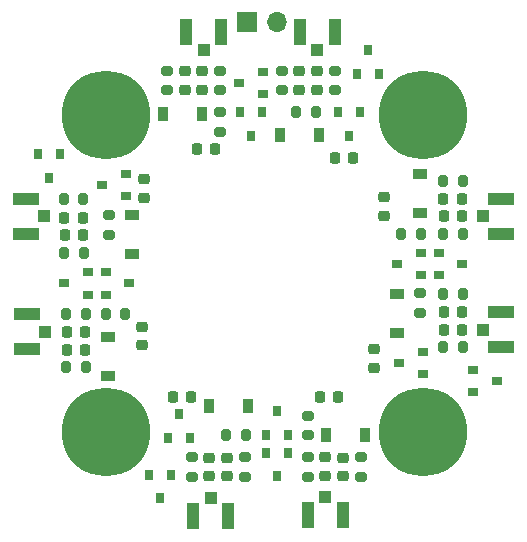
<source format=gts>
%TF.GenerationSoftware,KiCad,Pcbnew,6.0.6-3a73a75311~116~ubuntu20.04.1*%
%TF.CreationDate,2022-09-22T10:25:09+01:00*%
%TF.ProjectId,UFOPulse,55464f50-756c-4736-952e-6b696361645f,rev?*%
%TF.SameCoordinates,Original*%
%TF.FileFunction,Soldermask,Top*%
%TF.FilePolarity,Negative*%
%FSLAX46Y46*%
G04 Gerber Fmt 4.6, Leading zero omitted, Abs format (unit mm)*
G04 Created by KiCad (PCBNEW 6.0.6-3a73a75311~116~ubuntu20.04.1) date 2022-09-22 10:25:09*
%MOMM*%
%LPD*%
G01*
G04 APERTURE LIST*
G04 Aperture macros list*
%AMRoundRect*
0 Rectangle with rounded corners*
0 $1 Rounding radius*
0 $2 $3 $4 $5 $6 $7 $8 $9 X,Y pos of 4 corners*
0 Add a 4 corners polygon primitive as box body*
4,1,4,$2,$3,$4,$5,$6,$7,$8,$9,$2,$3,0*
0 Add four circle primitives for the rounded corners*
1,1,$1+$1,$2,$3*
1,1,$1+$1,$4,$5*
1,1,$1+$1,$6,$7*
1,1,$1+$1,$8,$9*
0 Add four rect primitives between the rounded corners*
20,1,$1+$1,$2,$3,$4,$5,0*
20,1,$1+$1,$4,$5,$6,$7,0*
20,1,$1+$1,$6,$7,$8,$9,0*
20,1,$1+$1,$8,$9,$2,$3,0*%
G04 Aperture macros list end*
%ADD10RoundRect,0.225000X0.225000X0.250000X-0.225000X0.250000X-0.225000X-0.250000X0.225000X-0.250000X0*%
%ADD11RoundRect,0.225000X-0.250000X0.225000X-0.250000X-0.225000X0.250000X-0.225000X0.250000X0.225000X0*%
%ADD12RoundRect,0.225000X0.250000X-0.225000X0.250000X0.225000X-0.250000X0.225000X-0.250000X-0.225000X0*%
%ADD13RoundRect,0.225000X-0.225000X-0.250000X0.225000X-0.250000X0.225000X0.250000X-0.225000X0.250000X0*%
%ADD14R,0.900000X1.200000*%
%ADD15R,1.200000X0.900000*%
%ADD16R,1.000000X1.050000*%
%ADD17R,1.050000X2.200000*%
%ADD18R,1.050000X1.000000*%
%ADD19R,2.200000X1.050000*%
%ADD20RoundRect,0.218750X-0.256250X0.218750X-0.256250X-0.218750X0.256250X-0.218750X0.256250X0.218750X0*%
%ADD21RoundRect,0.218750X0.218750X0.256250X-0.218750X0.256250X-0.218750X-0.256250X0.218750X-0.256250X0*%
%ADD22RoundRect,0.218750X0.256250X-0.218750X0.256250X0.218750X-0.256250X0.218750X-0.256250X-0.218750X0*%
%ADD23RoundRect,0.218750X-0.218750X-0.256250X0.218750X-0.256250X0.218750X0.256250X-0.218750X0.256250X0*%
%ADD24R,0.800000X0.900000*%
%ADD25R,0.900000X0.800000*%
%ADD26RoundRect,0.200000X-0.275000X0.200000X-0.275000X-0.200000X0.275000X-0.200000X0.275000X0.200000X0*%
%ADD27RoundRect,0.200000X0.200000X0.275000X-0.200000X0.275000X-0.200000X-0.275000X0.200000X-0.275000X0*%
%ADD28RoundRect,0.200000X0.275000X-0.200000X0.275000X0.200000X-0.275000X0.200000X-0.275000X-0.200000X0*%
%ADD29RoundRect,0.200000X-0.200000X-0.275000X0.200000X-0.275000X0.200000X0.275000X-0.200000X0.275000X0*%
%ADD30C,7.500000*%
%ADD31R,1.700000X1.700000*%
%ADD32O,1.700000X1.700000*%
G04 APERTURE END LIST*
D10*
%TO.C,C3*%
X136375000Y-94600000D03*
X134825000Y-94600000D03*
%TD*%
D11*
%TO.C,C4*%
X133800000Y-88025000D03*
X133800000Y-89575000D03*
%TD*%
D12*
%TO.C,C5*%
X150700000Y-100250000D03*
X150700000Y-98700000D03*
%TD*%
D10*
%TO.C,C6*%
X157250000Y-98800000D03*
X155700000Y-98800000D03*
%TD*%
D13*
%TO.C,C7*%
X145225000Y-115600000D03*
X146775000Y-115600000D03*
%TD*%
D10*
%TO.C,C9*%
X134360000Y-115570000D03*
X132810000Y-115570000D03*
%TD*%
D12*
%TO.C,C10*%
X137400000Y-122300000D03*
X137400000Y-120750000D03*
%TD*%
D11*
%TO.C,C11*%
X130370000Y-97155000D03*
X130370000Y-98705000D03*
%TD*%
D13*
%TO.C,C12*%
X123625000Y-101900000D03*
X125175000Y-101900000D03*
%TD*%
D11*
%TO.C,C14*%
X143500000Y-88025000D03*
X143500000Y-89575000D03*
%TD*%
D12*
%TO.C,C15*%
X149820000Y-113100000D03*
X149820000Y-111550000D03*
%TD*%
D10*
%TO.C,C16*%
X157275000Y-108400000D03*
X155725000Y-108400000D03*
%TD*%
D14*
%TO.C,D3*%
X131950000Y-91600000D03*
X135250000Y-91600000D03*
%TD*%
D15*
%TO.C,D5*%
X153700000Y-96750000D03*
X153700000Y-100050000D03*
%TD*%
D14*
%TO.C,D7*%
X149050000Y-118800000D03*
X145750000Y-118800000D03*
%TD*%
%TO.C,D9*%
X139120000Y-116390000D03*
X135820000Y-116390000D03*
%TD*%
D15*
%TO.C,D11*%
X129310000Y-103450000D03*
X129310000Y-100150000D03*
%TD*%
D14*
%TO.C,D13*%
X141890000Y-93440000D03*
X145190000Y-93440000D03*
%TD*%
D15*
%TO.C,D15*%
X151760000Y-106850000D03*
X151760000Y-110150000D03*
%TD*%
D16*
%TO.C,J2*%
X135400000Y-86219999D03*
D17*
X136875000Y-84694999D03*
X133925000Y-84694999D03*
%TD*%
D18*
%TO.C,J3*%
X159070000Y-100290000D03*
D19*
X160595000Y-101765000D03*
X160595000Y-98815000D03*
%TD*%
D16*
%TO.C,J4*%
X145700000Y-124050000D03*
D17*
X144225000Y-125575000D03*
X147175000Y-125575000D03*
%TD*%
D16*
%TO.C,J5*%
X136000000Y-124150000D03*
D17*
X134525000Y-125675000D03*
X137475000Y-125675000D03*
%TD*%
D18*
%TO.C,J6*%
X121850000Y-100300000D03*
D19*
X120325000Y-98825000D03*
X120325000Y-101775000D03*
%TD*%
D16*
%TO.C,J7*%
X145010001Y-86230000D03*
D17*
X143535001Y-84705000D03*
X146485001Y-84705000D03*
%TD*%
D18*
%TO.C,J8*%
X159050000Y-109900000D03*
D19*
X160575000Y-108425000D03*
X160575000Y-111375000D03*
%TD*%
D20*
%TO.C,L2*%
X135299999Y-88012500D03*
X135299999Y-89587500D03*
%TD*%
D21*
%TO.C,L3*%
X157287500Y-100300000D03*
X155712500Y-100300000D03*
%TD*%
D22*
%TO.C,L4*%
X145700000Y-122287500D03*
X145700000Y-120712500D03*
%TD*%
%TO.C,L5*%
X135900000Y-122299998D03*
X135900000Y-120724998D03*
%TD*%
D23*
%TO.C,L6*%
X123612500Y-100400000D03*
X125187500Y-100400000D03*
%TD*%
D20*
%TO.C,L7*%
X145000000Y-88012500D03*
X145000000Y-89587500D03*
%TD*%
D24*
%TO.C,Q3*%
X140350000Y-91500000D03*
X138450000Y-91500000D03*
X139400000Y-93500000D03*
%TD*%
D25*
%TO.C,Q4*%
X140400000Y-89950000D03*
X140400000Y-88050000D03*
X138400000Y-89000000D03*
%TD*%
%TO.C,Q5*%
X153800000Y-105290000D03*
X153800000Y-103390000D03*
X151800000Y-104340000D03*
%TD*%
%TO.C,Q6*%
X155300000Y-103390000D03*
X155300000Y-105290000D03*
X157300000Y-104340000D03*
%TD*%
D24*
%TO.C,Q7*%
X140650000Y-118799999D03*
X142550000Y-118799999D03*
X141600000Y-116799999D03*
%TD*%
%TO.C,Q8*%
X142550000Y-120300000D03*
X140650000Y-120300000D03*
X141600000Y-122300000D03*
%TD*%
%TO.C,Q9*%
X132370000Y-119060000D03*
X134270000Y-119060000D03*
X133320000Y-117060000D03*
%TD*%
%TO.C,Q10*%
X132640000Y-122180000D03*
X130740000Y-122180000D03*
X131690000Y-124180000D03*
%TD*%
D25*
%TO.C,Q11*%
X128790000Y-98570000D03*
X128790000Y-96670000D03*
X126790000Y-97620000D03*
%TD*%
D24*
%TO.C,Q12*%
X123250000Y-95040000D03*
X121350000Y-95040000D03*
X122300000Y-97040000D03*
%TD*%
%TO.C,Q13*%
X148670000Y-91480000D03*
X146770000Y-91480000D03*
X147720000Y-93480000D03*
%TD*%
%TO.C,Q14*%
X148390000Y-88210000D03*
X150290000Y-88210000D03*
X149340000Y-86210000D03*
%TD*%
D25*
%TO.C,Q15*%
X153960000Y-113650000D03*
X153960000Y-111750000D03*
X151960000Y-112700000D03*
%TD*%
%TO.C,Q16*%
X158210000Y-113280000D03*
X158210000Y-115180000D03*
X160210000Y-114230000D03*
%TD*%
D26*
%TO.C,R4*%
X132300000Y-87975000D03*
X132300000Y-89625000D03*
%TD*%
%TO.C,R5*%
X136800000Y-91475000D03*
X136800000Y-93125000D03*
%TD*%
%TO.C,R6*%
X136800001Y-87975000D03*
X136800001Y-89625000D03*
%TD*%
D27*
%TO.C,R7*%
X157325000Y-97300000D03*
X155675000Y-97300000D03*
%TD*%
%TO.C,R8*%
X153800000Y-101800000D03*
X152150000Y-101800000D03*
%TD*%
%TO.C,R9*%
X157350000Y-101800000D03*
X155700000Y-101800000D03*
%TD*%
D28*
%TO.C,R10*%
X148700001Y-122325000D03*
X148700001Y-120675000D03*
%TD*%
%TO.C,R11*%
X144200000Y-118825000D03*
X144200000Y-117175000D03*
%TD*%
%TO.C,R12*%
X144200000Y-122325000D03*
X144200000Y-120675000D03*
%TD*%
%TO.C,R13*%
X138900000Y-122325000D03*
X138900000Y-120675000D03*
%TD*%
D29*
%TO.C,R14*%
X137315000Y-118820000D03*
X138965000Y-118820000D03*
%TD*%
%TO.C,R16*%
X123600000Y-103400000D03*
X125250000Y-103400000D03*
%TD*%
D26*
%TO.C,R17*%
X127370000Y-100200000D03*
X127370000Y-101850000D03*
%TD*%
D29*
%TO.C,R18*%
X123550000Y-98800000D03*
X125200000Y-98800000D03*
%TD*%
D26*
%TO.C,R19*%
X142000000Y-87975000D03*
X142000000Y-89625000D03*
%TD*%
D27*
%TO.C,R20*%
X144875000Y-91500000D03*
X143225000Y-91500000D03*
%TD*%
D26*
%TO.C,R21*%
X146500000Y-87975000D03*
X146500000Y-89625000D03*
%TD*%
D27*
%TO.C,R22*%
X157325000Y-106900000D03*
X155675000Y-106900000D03*
%TD*%
D28*
%TO.C,R23*%
X153700000Y-108440000D03*
X153700000Y-106790000D03*
%TD*%
D27*
%TO.C,R24*%
X157325000Y-111400000D03*
X155675000Y-111400000D03*
%TD*%
D29*
%TO.C,R3*%
X123778388Y-108574160D03*
X125428388Y-108574160D03*
%TD*%
D25*
%TO.C,Q1*%
X127103388Y-105024159D03*
X127103388Y-106924159D03*
X129103388Y-105974159D03*
%TD*%
D23*
%TO.C,L1*%
X123815888Y-110074160D03*
X125390888Y-110074160D03*
%TD*%
D13*
%TO.C,C2*%
X123803387Y-111574159D03*
X125353387Y-111574159D03*
%TD*%
D18*
%TO.C,J1*%
X121965520Y-110065454D03*
D19*
X120440520Y-111540454D03*
X120440520Y-108590454D03*
%TD*%
D15*
%TO.C,D1*%
X127300000Y-113850000D03*
X127300000Y-110550000D03*
%TD*%
D11*
%TO.C,C1*%
X130200000Y-109650000D03*
X130200000Y-111200000D03*
%TD*%
D25*
%TO.C,Q2*%
X125603388Y-106924159D03*
X125603388Y-105024159D03*
X123603388Y-105974159D03*
%TD*%
D29*
%TO.C,R1*%
X123753387Y-113074159D03*
X125403387Y-113074159D03*
%TD*%
D10*
%TO.C,C13*%
X148040000Y-95380000D03*
X146490000Y-95380000D03*
%TD*%
D29*
%TO.C,R2*%
X127103388Y-108574160D03*
X128753388Y-108574160D03*
%TD*%
D28*
%TO.C,R15*%
X134400000Y-122350000D03*
X134400000Y-120700000D03*
%TD*%
D12*
%TO.C,C8*%
X147199999Y-122275000D03*
X147199999Y-120725000D03*
%TD*%
D21*
%TO.C,L8*%
X157287501Y-109900000D03*
X155712501Y-109900000D03*
%TD*%
D30*
%TO.C,H4*%
X127130000Y-118570000D03*
%TD*%
%TO.C,H3*%
X154010000Y-118560000D03*
%TD*%
%TO.C,H2*%
X154010000Y-91700000D03*
%TD*%
%TO.C,H1*%
X127150000Y-91720000D03*
%TD*%
D31*
%TO.C,J10*%
X139105000Y-83870000D03*
D32*
X141645000Y-83870000D03*
%TD*%
M02*

</source>
